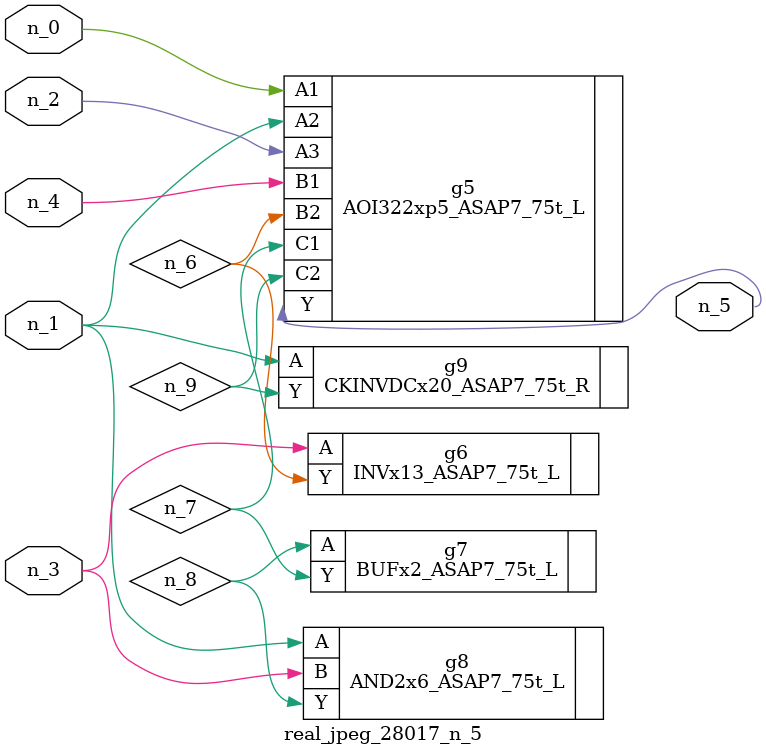
<source format=v>
module real_jpeg_28017_n_5 (n_4, n_0, n_1, n_2, n_3, n_5);

input n_4;
input n_0;
input n_1;
input n_2;
input n_3;

output n_5;

wire n_8;
wire n_6;
wire n_7;
wire n_9;

AOI322xp5_ASAP7_75t_L g5 ( 
.A1(n_0),
.A2(n_1),
.A3(n_2),
.B1(n_4),
.B2(n_6),
.C1(n_7),
.C2(n_9),
.Y(n_5)
);

AND2x6_ASAP7_75t_L g8 ( 
.A(n_1),
.B(n_3),
.Y(n_8)
);

CKINVDCx20_ASAP7_75t_R g9 ( 
.A(n_1),
.Y(n_9)
);

INVx13_ASAP7_75t_L g6 ( 
.A(n_3),
.Y(n_6)
);

BUFx2_ASAP7_75t_L g7 ( 
.A(n_8),
.Y(n_7)
);


endmodule
</source>
